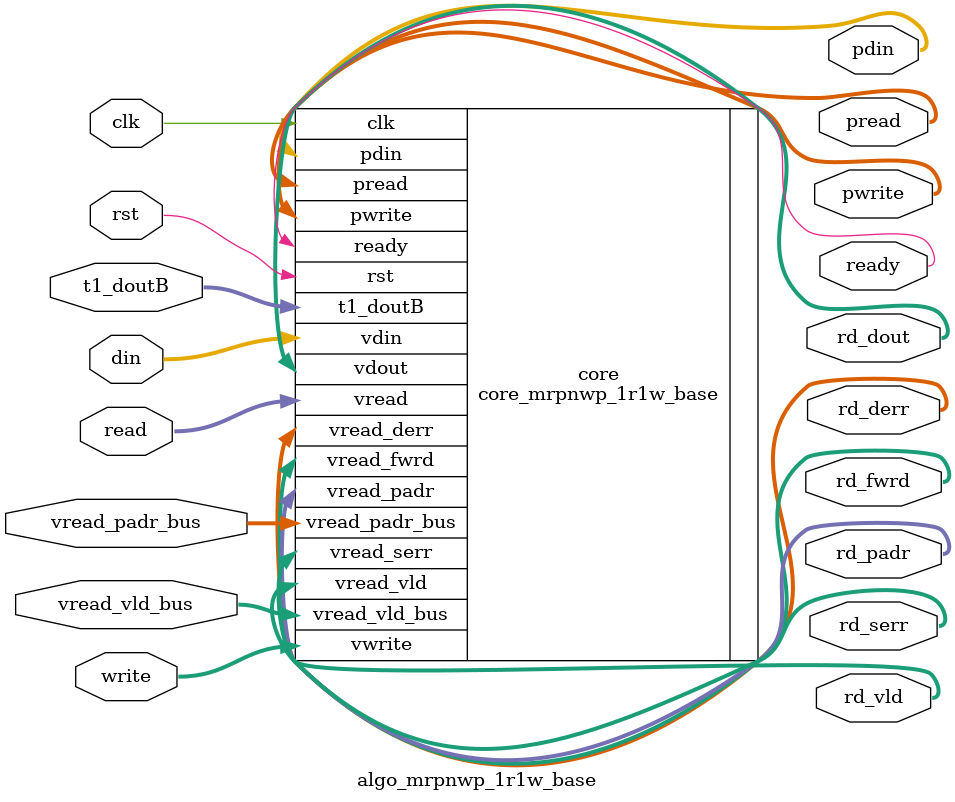
<source format=v>

module algo_mrpnwp_1r1w_base (clk, rst, ready,
                              write, din,
                              read, rd_vld, rd_dout, rd_fwrd, rd_serr, rd_derr, rd_padr,
                              pwrite, pdin,
                              pread, 
	                      t1_doutB,
			      vread_vld_bus, vread_padr_bus);
  
  parameter WIDTH = 32;
  parameter BITWDTH = 5;
  parameter ENAPAR = 0;
  parameter ENAECC = 0;
  parameter NUMRDPT = 2;
  parameter NUMWRPT = 3;
  parameter NUMADDR = 8192;
  parameter BITADDR = 13;
  parameter NUMVROW = 1024;
  parameter BITVROW = 10;
  parameter NUMVBNK = 8;
  parameter BITVBNK = 3;
  parameter BITPADR = 13;

  parameter SRAM_DELAY = 2;
  parameter FLOPIN = 0;
  parameter FLOPOUT = 0;
  parameter BITDMUX = 0;

  input [NUMWRPT-1:0]                   write;
  input [NUMWRPT*WIDTH-1:0]  din;

  input [NUMRDPT-1:0]                   read;
  output [NUMRDPT-1:0]                  rd_vld;
  output [NUMRDPT*WIDTH-1:0]            rd_dout;
  output [NUMRDPT-1:0]                  rd_fwrd;
  output [NUMRDPT-1:0]                  rd_serr;
  output [NUMRDPT-1:0]                  rd_derr;
  output [NUMRDPT*BITPADR-1:0]          rd_padr;

  output                                ready;
  input                                 clk, rst;

  input [NUMRDPT*WIDTH-1:0]             t1_doutB;
  input [NUMRDPT-1:0] 			vread_vld_bus;
  input [(BITPADR*NUMRDPT)-1:0] 	vread_padr_bus;

  output [NUMWRPT-1:0] pwrite;
  output [WIDTH*NUMWRPT-1:0]   pdin;
  output [NUMRDPT-1:0] pread;



  core_mrpnwp_1r1w_base #(.WIDTH (WIDTH), .BITWDTH (BITWDTH), .NUMRDPT (NUMRDPT), .NUMWRPT (NUMWRPT), .NUMADDR (NUMADDR), .BITADDR (BITADDR),
                          .NUMVROW (NUMVROW), .BITVROW (BITVROW), .NUMVBNK (NUMVBNK), .BITVBNK (BITVBNK), .BITPADR (BITPADR), 
                          .SRAM_DELAY (SRAM_DELAY), .FLOPIN (FLOPIN), .FLOPOUT (FLOPOUT), .BITDMUX (BITDMUX))
      core (.vwrite(write), .vdin(din),
	    .vread(read), .vread_vld(rd_vld), .vdout(rd_dout), 
            .vread_fwrd(rd_fwrd), .vread_serr(rd_serr), .vread_derr(rd_derr), .vread_padr(rd_padr),
	    .pwrite(pwrite), .pdin(pdin), 
	    .pread(pread), 
            .t1_doutB(t1_doutB), 
	    .vread_vld_bus(vread_vld_bus), .vread_padr_bus(vread_padr_bus),
	    .ready (ready), .clk (clk), .rst (rst));




endmodule



</source>
